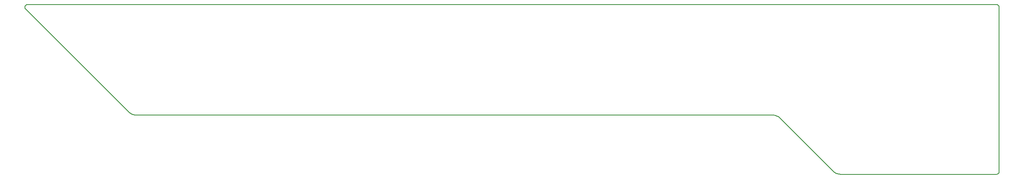
<source format=gbr>
%TF.GenerationSoftware,KiCad,Pcbnew,6.0.11+dfsg-1*%
%TF.CreationDate,2025-11-09T18:03:23+01:00*%
%TF.ProjectId,UNBProbeBase,554e4250-726f-4626-9542-6173652e6b69,0.2*%
%TF.SameCoordinates,Original*%
%TF.FileFunction,Profile,NP*%
%FSLAX46Y46*%
G04 Gerber Fmt 4.6, Leading zero omitted, Abs format (unit mm)*
G04 Created by KiCad (PCBNEW 6.0.11+dfsg-1) date 2025-11-09 18:03:23*
%MOMM*%
%LPD*%
G01*
G04 APERTURE LIST*
%TA.AperFunction,Profile*%
%ADD10C,0.200000*%
%TD*%
G04 APERTURE END LIST*
D10*
%TO.C,REF\u002A\u002A*%
X48560045Y-82620065D02*
X48546491Y-82656523D01*
X246660376Y-116758385D02*
X246679160Y-116740501D01*
X70780756Y-104803400D02*
X70882985Y-104821142D01*
X48970686Y-82299620D02*
X48932447Y-82306739D01*
X214057073Y-116832084D02*
X214158172Y-116854757D01*
X71089438Y-104841478D02*
X71193164Y-104844025D01*
X213484625Y-116595301D02*
X213574808Y-116646312D01*
X48550682Y-83000272D02*
X48565121Y-83036389D01*
X246803037Y-116544877D02*
X246811173Y-116520251D01*
X246577175Y-116820091D02*
X246599087Y-116806215D01*
X246771532Y-116615951D02*
X246783193Y-116592785D01*
X246729940Y-82507535D02*
X246713983Y-82487089D01*
X201259214Y-104907208D02*
X201359080Y-104934808D01*
X214570004Y-116895267D02*
X246305521Y-116895267D01*
X48754662Y-82382945D02*
X48723138Y-82405729D01*
X246458909Y-82316654D02*
X246433913Y-82309737D01*
X246357314Y-116892723D02*
X246383054Y-116889548D01*
X213667383Y-116692842D02*
X213762127Y-116734779D01*
X246331449Y-82294538D02*
X246305521Y-82293901D01*
X48601760Y-83104953D02*
X48623762Y-83137029D01*
X246433913Y-116879432D02*
X246458909Y-116872515D01*
X70679521Y-104780664D02*
X70780756Y-104803400D01*
X70018744Y-104487712D02*
X70106399Y-104543229D01*
X48582178Y-83071346D02*
X48601760Y-83104953D01*
X213152043Y-116349058D02*
X213230559Y-116416663D01*
X200849862Y-104846565D02*
X200953192Y-104854177D01*
X70196673Y-104594378D02*
X70289348Y-104641035D01*
X201831661Y-105143991D02*
X201919237Y-105199360D01*
X48595002Y-82550628D02*
X48576245Y-82584703D01*
X246823773Y-116469950D02*
X246828207Y-116444396D01*
X48723138Y-82405729D02*
X48693375Y-82430771D01*
X48546491Y-82656523D02*
X48535655Y-82693880D01*
X201056025Y-104866844D02*
X201158114Y-104884535D01*
X48648063Y-83167399D02*
X48674533Y-83195900D01*
X246828207Y-82744773D02*
X246823773Y-82719219D01*
X246433913Y-82309737D02*
X246408608Y-82304054D01*
X213858812Y-116772023D02*
X213957206Y-116804484D01*
X70579523Y-104752986D02*
X70679521Y-104780664D01*
X246458909Y-116872515D02*
X246483535Y-116864379D01*
X246357314Y-82296445D02*
X246331449Y-82294538D01*
X246507733Y-116855045D02*
X246531443Y-116844535D01*
X214363094Y-116885116D02*
X214466424Y-116892728D01*
X214158172Y-116854757D02*
X214260261Y-116872448D01*
X70106399Y-104543229D02*
X70196673Y-104594378D01*
X70481004Y-104720435D02*
X70579523Y-104752986D01*
X213957206Y-116804484D02*
X214057073Y-116832084D01*
X246507733Y-82334123D02*
X246483535Y-82324789D01*
X48932447Y-82306739D02*
X48894835Y-82316652D01*
X246554609Y-116832874D02*
X246577175Y-116820091D01*
X213574808Y-116646312D02*
X213667383Y-116692842D01*
X48693375Y-82430771D02*
X48665535Y-82457934D01*
X246833289Y-116392790D02*
X246833926Y-116366863D01*
X48858054Y-82329304D02*
X48822304Y-82344629D01*
X70289348Y-104641035D02*
X70384201Y-104683088D01*
X214260261Y-116872448D02*
X214363094Y-116885116D01*
X246833926Y-116366863D02*
X246833926Y-82822306D01*
X70985962Y-104833844D02*
X71089438Y-104841478D01*
X246758749Y-116638517D02*
X246771532Y-116615951D01*
X246383054Y-82299620D02*
X246357314Y-82296445D01*
X246758749Y-82550651D02*
X246744873Y-82528740D01*
X246803037Y-82644292D02*
X246793703Y-82620094D01*
X48519971Y-82809297D02*
X48520445Y-82848190D01*
X201457474Y-104967269D02*
X201554159Y-105004513D01*
X246679160Y-82448667D02*
X246660376Y-82430784D01*
X201648903Y-105046451D02*
X201741478Y-105092980D01*
X201359080Y-104934808D02*
X201457474Y-104967269D01*
X246811173Y-116520251D02*
X246818090Y-116495255D01*
X69852129Y-104364117D02*
X69933919Y-104427960D01*
X246793703Y-82620094D02*
X246783193Y-82596384D01*
X246833289Y-82796378D02*
X246831381Y-82770513D01*
X202003993Y-105258954D02*
X202085728Y-105322630D01*
X246531443Y-116844535D02*
X246554609Y-116832874D01*
X48535655Y-82693880D02*
X48527596Y-82731932D01*
X246554609Y-82356294D02*
X246531443Y-82344634D01*
X201919237Y-105199360D02*
X202003993Y-105258954D01*
X48522359Y-82770474D02*
X48519971Y-82809297D01*
X246831381Y-82770513D02*
X246828207Y-82744773D01*
X246531443Y-82344634D02*
X246507733Y-82334123D01*
X246483535Y-116864379D02*
X246507733Y-116855045D01*
X213230559Y-116416663D02*
X213312293Y-116480339D01*
X246640737Y-82413843D02*
X246620291Y-82397887D01*
X246620291Y-116791281D02*
X246640737Y-116775325D01*
X246408608Y-116885114D02*
X246433913Y-116879432D01*
X246783193Y-116592785D02*
X246793703Y-116569075D01*
X202164243Y-105390235D02*
X202239351Y-105461606D01*
X246331449Y-116894631D02*
X246357314Y-116892723D01*
X246713983Y-82487089D02*
X246697043Y-82467451D01*
X48787778Y-82362541D02*
X48754662Y-82382945D01*
X48623762Y-83137029D02*
X48648063Y-83167399D01*
X246811173Y-82668918D02*
X246803037Y-82644292D01*
X70384201Y-104683088D02*
X70481004Y-104720435D01*
X246831381Y-116418656D02*
X246833289Y-116392790D01*
X213312293Y-116480339D02*
X213397050Y-116539933D01*
X48639768Y-82487071D02*
X48616214Y-82518025D01*
X246620291Y-82397887D02*
X246599087Y-82382953D01*
X246818090Y-82693914D02*
X246811173Y-82668918D01*
X48674533Y-83195900D02*
X69698433Y-104224784D01*
X246599087Y-116806215D02*
X246620291Y-116791281D01*
X246660376Y-82430784D02*
X246640737Y-82413843D01*
X69698433Y-104224784D02*
X69773571Y-104296337D01*
X246483535Y-82324789D02*
X246458909Y-82316654D01*
X48529955Y-82925346D02*
X48538939Y-82963191D01*
X213762127Y-116734779D02*
X213858812Y-116772023D01*
X48538939Y-82963191D02*
X48550682Y-83000272D01*
X246713983Y-116702079D02*
X246729940Y-116681633D01*
X48527596Y-82731932D02*
X48522359Y-82770474D01*
X246305521Y-116895267D02*
X246331449Y-116894631D01*
X202239351Y-105461606D02*
X213076935Y-116277686D01*
X48520445Y-82848190D02*
X48523779Y-82886943D01*
X246697043Y-82467451D02*
X246679160Y-82448667D01*
X201158114Y-104884535D02*
X201259214Y-104907208D01*
X246697043Y-116721718D02*
X246713983Y-116702079D01*
X48565121Y-83036389D02*
X48582178Y-83071346D01*
X246793703Y-116569075D02*
X246803037Y-116544877D01*
X246744873Y-82528740D02*
X246729940Y-82507535D01*
X246833926Y-82822306D02*
X246833289Y-82796378D01*
X214466424Y-116892728D02*
X214570004Y-116895267D01*
X70882985Y-104821142D02*
X70985962Y-104833844D01*
X246771532Y-82573217D02*
X246758749Y-82550651D01*
X71193164Y-104844025D02*
X200746282Y-104844025D01*
X246640737Y-116775325D02*
X246660376Y-116758385D01*
X246383054Y-116889548D02*
X246408608Y-116885114D01*
X246744873Y-116660429D02*
X246758749Y-116638517D01*
X69933919Y-104427960D02*
X70018744Y-104487712D01*
X202085728Y-105322630D02*
X202164243Y-105390235D01*
X48822304Y-82344629D02*
X48787778Y-82362541D01*
X48523779Y-82886943D02*
X48529955Y-82925346D01*
X246599087Y-82382953D02*
X246577175Y-82369078D01*
X246729940Y-116681633D02*
X246744873Y-116660429D01*
X49009345Y-82295333D02*
X48970686Y-82299620D01*
X246408608Y-82304054D02*
X246383054Y-82299620D01*
X246823773Y-82719219D02*
X246818090Y-82693914D01*
X69773571Y-104296337D02*
X69852129Y-104364117D01*
X213076935Y-116277686D02*
X213152043Y-116349058D01*
X48616214Y-82518025D02*
X48595002Y-82550628D01*
X246577175Y-82369078D02*
X246554609Y-82356294D01*
X246783193Y-82596384D02*
X246771532Y-82573217D01*
X213397050Y-116539933D02*
X213484625Y-116595301D01*
X200746282Y-104844025D02*
X200849862Y-104846565D01*
X49048215Y-82293901D02*
X49009345Y-82295333D01*
X200953192Y-104854177D02*
X201056025Y-104866844D01*
X201741478Y-105092980D02*
X201831661Y-105143991D01*
X246828207Y-116444396D02*
X246831381Y-116418656D01*
X246818090Y-116495255D02*
X246823773Y-116469950D01*
X48665535Y-82457934D02*
X48639768Y-82487071D01*
X246679160Y-116740501D02*
X246697043Y-116721718D01*
X48894835Y-82316652D02*
X48858054Y-82329304D01*
X48576245Y-82584703D02*
X48560045Y-82620065D01*
X201554159Y-105004513D02*
X201648903Y-105046451D01*
X246305521Y-82293901D02*
X49048215Y-82293901D01*
%TD*%
M02*

</source>
